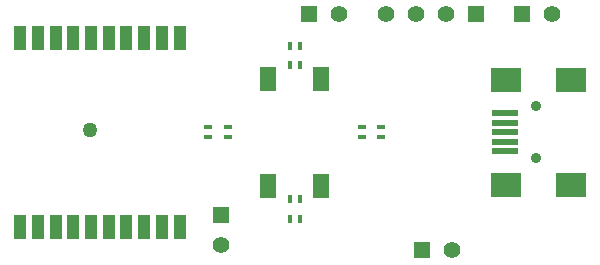
<source format=gts>
G04 (created by PCBNEW (2013-mar-13)-testing) date Mon 25 May 2015 11:56:23 PM EDT*
%MOIN*%
G04 Gerber Fmt 3.4, Leading zero omitted, Abs format*
%FSLAX34Y34*%
G01*
G70*
G90*
G04 APERTURE LIST*
%ADD10C,0.005906*%
%ADD11R,0.055000X0.055000*%
%ADD12C,0.055000*%
%ADD13R,0.090600X0.019700*%
%ADD14R,0.098400X0.078700*%
%ADD15C,0.035400*%
%ADD16R,0.015748X0.031496*%
%ADD17R,0.031496X0.015748*%
%ADD18R,0.055118X0.082677*%
%ADD19R,0.039370X0.078740*%
%ADD20C,0.050000*%
G04 APERTURE END LIST*
G54D10*
G54D11*
X44972Y-44291D03*
G54D12*
X45972Y-44291D03*
G54D13*
X44409Y-48858D03*
X44409Y-48543D03*
X44409Y-48228D03*
X44409Y-47913D03*
X44409Y-47598D03*
G54D14*
X44448Y-49980D03*
X46613Y-49980D03*
X44448Y-46476D03*
X46613Y-46476D03*
G54D15*
X45432Y-49094D03*
X45432Y-47362D03*
G54D11*
X41625Y-52165D03*
G54D12*
X42625Y-52165D03*
G54D16*
X37232Y-45344D03*
X37232Y-45994D03*
X37570Y-45994D03*
X37570Y-45344D03*
G54D17*
X34517Y-48397D03*
X35167Y-48397D03*
X35167Y-48059D03*
X34517Y-48059D03*
G54D16*
X37570Y-51112D03*
X37570Y-50462D03*
X37232Y-50462D03*
X37232Y-51112D03*
G54D17*
X40285Y-48059D03*
X39635Y-48059D03*
X39635Y-48397D03*
X40285Y-48397D03*
G54D11*
X37885Y-44291D03*
G54D12*
X38885Y-44291D03*
G54D11*
X43429Y-44291D03*
G54D12*
X42429Y-44291D03*
X41429Y-44291D03*
X40429Y-44291D03*
G54D11*
X34940Y-50976D03*
G54D12*
X34940Y-51976D03*
G54D18*
X38287Y-46437D03*
X38287Y-50019D03*
X36515Y-46437D03*
X36515Y-50019D03*
G54D19*
X33562Y-45078D03*
X32972Y-45078D03*
X32381Y-45078D03*
X31791Y-45078D03*
X31200Y-45078D03*
X30610Y-45078D03*
X30019Y-45078D03*
X29429Y-45078D03*
X28838Y-45078D03*
X28248Y-45078D03*
X28248Y-51377D03*
X28838Y-51377D03*
X29429Y-51377D03*
X30019Y-51377D03*
X30610Y-51377D03*
X31200Y-51377D03*
X31791Y-51377D03*
X32381Y-51377D03*
X32972Y-51377D03*
X33562Y-51377D03*
G54D20*
X30590Y-48149D03*
M02*

</source>
